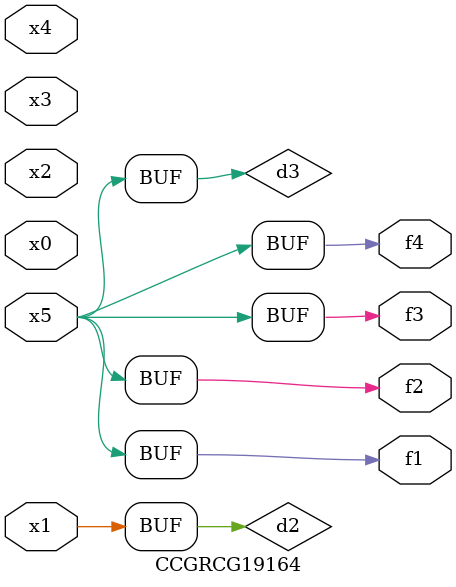
<source format=v>
module CCGRCG19164(
	input x0, x1, x2, x3, x4, x5,
	output f1, f2, f3, f4
);

	wire d1, d2, d3;

	not (d1, x5);
	or (d2, x1);
	xnor (d3, d1);
	assign f1 = d3;
	assign f2 = d3;
	assign f3 = d3;
	assign f4 = d3;
endmodule

</source>
